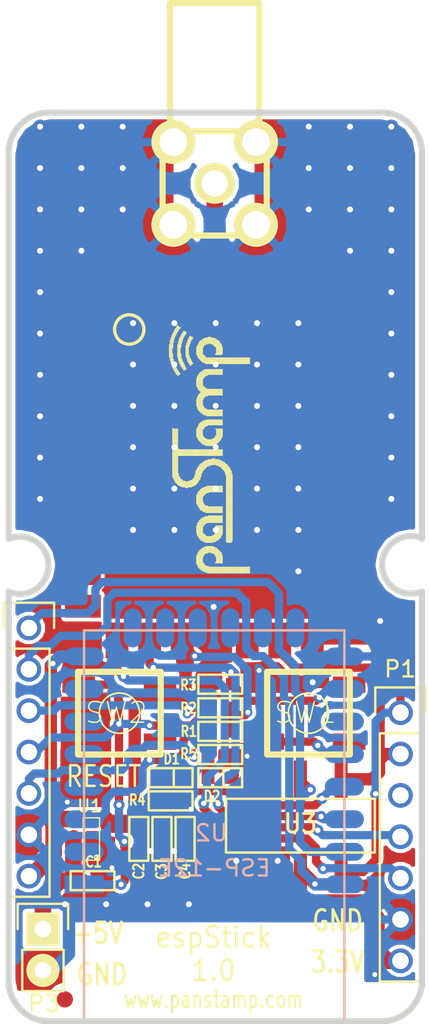
<source format=kicad_pcb>
(kicad_pcb (version 4) (host pcbnew 0.201602010916+6529~42~ubuntu14.04.1-product)
  (title_block (title "Carrier board for panStamp and ESP-12E") (date 2016-02-05) (rev 1.0) (company "panStamp (www.panstamp.com)"))
  (layers (0 Front signal) (1 Ground power) (2 Power power) (31 Back signal) (34 B.Paste user) (35 F.Paste user) (36 B.SilkS user) (37 F.SilkS user) (38 B.Mask user) (39 F.Mask user) (44 Edge.Cuts user))
  (net 0 "")
  (net 1 GND)
  (net 2 VCC)
  (net 3 /TOANT)
  (net 4 "Net-(D1-Pad1)")
  (net 5 "Net-(C1-Pad1)")
  (net 6 "Net-(D1-Pad2)")
  (net 7 "Net-(D2-Pad2)")
  (net 8 "Net-(D2-Pad1)")
  (net 9 /ESP_TXD)
  (net 10 /ESP_RXD)
  (net 11 "Net-(P1-Pad3)")
  (net 12 /PS_TEST)
  (net 13 /GPIO15)
  (net 14 /GPIO0)
  (net 15 "Net-(PS1-Pad1)")
  (net 16 "Net-(PS1-Pad2)")
  (net 17 "Net-(PS1-Pad3)")
  (net 18 "Net-(PS1-Pad4)")
  (net 19 "Net-(PS1-Pad5)")
  (net 20 "Net-(PS1-Pad6)")
  (net 21 "Net-(PS1-Pad7)")
  (net 22 "Net-(PS1-Pad8)")
  (net 23 "Net-(PS1-Pad9)")
  (net 24 "Net-(PS1-Pad10)")
  (net 25 "Net-(PS1-Pad15)")
  (net 26 "Net-(PS1-Pad18)")
  (net 27 "Net-(PS1-Pad19)")
  (net 28 "Net-(PS1-Pad20)")
  (net 29 "Net-(PS1-Pad21)")
  (net 30 "Net-(PS1-Pad22)")
  (net 31 "Net-(PS1-Pad23)")
  (net 32 "Net-(PS1-Pad24)")
  (net 33 "Net-(PS1-Pad25)")
  (net 34 "Net-(PS1-Pad26)")
  (net 35 "Net-(PS1-Pad27)")
  (net 36 "Net-(R1-Pad1)")
  (net 37 /ESP_RESET)
  (net 38 "Net-(U2-Pad9)")
  (net 39 "Net-(U2-Pad10)")
  (net 40 "Net-(U2-Pad11)")
  (net 41 "Net-(U2-Pad12)")
  (net 42 "Net-(U2-Pad13)")
  (net 43 "Net-(U2-Pad14)")
  (net 44 "Net-(U2-Pad2)")
  (net 45 "Net-(U2-Pad4)")
  (net 46 "Net-(U2-Pad5)")
  (net 47 "Net-(U2-Pad6)")
  (net 48 "Net-(U2-Pad7)")
  (net 49 "Net-(U2-Pad17)")
  (net 50 /PS_RXD)
  (net 51 /PS_TXD)
  (net 52 "Net-(U3-Pad3)")
  (net 53 "Net-(U3-Pad4)")
  (module mysmd:LY-SK10 (layer Front) (at 130.302 98.806 180)
    (fp_text reference U3 (at 0 0.127 180) (layer F.SilkS) (effects (font (size 1.143 1.016) (thickness 0.1778))))
    (fp_text value LY-SK10 hide)
    (pad 1 smd rect (at -2.5 2.85 180) (size 0.8 2.3) (layers Front F.Paste F.Mask) (net 51 /PS_TXD))
    (pad 2 smd rect (at 0 2.85 180) (size 0.8 2.3) (layers Front F.Paste F.Mask) (net 10 /ESP_RXD))
    (pad 3 smd rect (at 2.5 2.85 180) (size 0.8 2.3) (layers Front F.Paste F.Mask) (net 52 "Net-(U3-Pad3)"))
    (pad 4 smd rect (at 2.5 -2.85 180) (size 0.8 2.3) (layers Front F.Paste F.Mask) (net 53 "Net-(U3-Pad4)"))
    (pad 5 smd rect (at 0 -2.85 180) (size 0.8 2.3) (layers Front F.Paste F.Mask) (net 9 /ESP_TXD))
    (pad 6 smd rect (at -2.5 -2.85 180) (size 0.8 2.3) (layers Front F.Paste F.Mask) (net 50 /PS_RXD))
  )
  (module old_mymods:PANSTAMPLOGO (layer Front) (at 121.92 83.312 90)
    (fp_text reference G*** hide)
    (fp_text value PANSTAMPLOGO hide)
  )
  (module myconnectors:SMA_RightAngle_Tyco (layer Front) (at 125.03302 59.36416)
    (fp_text reference ANT1 hide)
    (fp_text value ANTENNA hide)
    (pad 1 thru_hole circle (at 0 0) (size 2.49936 2.49936) (drill 1.6002) (layers *.Cu *.Mask F.SilkS) (net 3 /TOANT))
    (pad 2 thru_hole circle (at 2.54 -2.54) (size 2.70002 2.70002) (drill 1.69926) (layers *.Cu *.Mask F.SilkS) (net 1 GND))
    (pad 2 thru_hole circle (at -2.54 -2.54) (size 2.70002 2.70002) (drill 1.69926) (layers *.Cu *.Mask F.SilkS) (net 1 GND))
    (pad 2 thru_hole circle (at -2.54 2.54) (size 2.70002 2.70002) (drill 1.69926) (layers *.Cu *.Mask F.SilkS) (net 1 GND))
    (pad 2 thru_hole circle (at 2.54 2.54) (size 2.70002 2.70002) (drill 1.69926) (layers *.Cu *.Mask F.SilkS) (net 1 GND))
  )
  (module mymods:fiducial (layer Front) (at 115.824 109.474)
    (fp_text reference fiducial hide)
    (fp_text value VAL** hide)
    (pad 1 smd circle (at 0 0) (size 1 1) (layers Front F.Mask) (clearance 0.5))
  )
  (module mymods:fiducial (layer Front) (at 134.874 57.15)
    (fp_text reference fiducial hide)
    (fp_text value VAL** hide)
    (pad 1 smd circle (at 0 0) (size 1 1) (layers Front F.Mask) (clearance 0.5))
  )
  (module mysmd:SM0603S (layer Front) (at 117.5258 102.1842)
    (fp_text reference C1 (at 0.0635 -1.1557) (layer F.SilkS) (effects (font (size 0.635 0.508) (thickness 0.127))))
    (fp_text value 10u hide)
    (pad 2 smd rect (at 0.7493 0) (size 0.7874 0.762) (layers Front F.Paste F.Mask) (net 1 GND))
    (pad 1 smd rect (at -0.7493 0) (size 0.7874 0.762) (layers Front F.Paste F.Mask) (net 5 "Net-(C1-Pad1)"))
  )
  (module mysmd:SM0603S (layer Front) (at 120.3706 99.6188 270)
    (fp_text reference C2 (at 1.9812 0 270) (layer F.SilkS) (effects (font (size 0.635 0.508) (thickness 0.127))))
    (fp_text value 10u hide)
    (pad 2 smd rect (at 0.7493 0 270) (size 0.7874 0.762) (layers Front F.Paste F.Mask) (net 1 GND))
    (pad 1 smd rect (at -0.7493 0 270) (size 0.7874 0.762) (layers Front F.Paste F.Mask) (net 2 VCC))
  )
  (module mysmd:SM0603S (layer Front) (at 121.793 99.6188 270)
    (fp_text reference C3 (at 2.0066 0.0254 270) (layer F.SilkS) (effects (font (size 0.635 0.508) (thickness 0.127))))
    (fp_text value 1u hide)
    (pad 2 smd rect (at 0.7493 0 270) (size 0.7874 0.762) (layers Front F.Paste F.Mask) (net 1 GND))
    (pad 1 smd rect (at -0.7493 0 270) (size 0.7874 0.762) (layers Front F.Paste F.Mask) (net 2 VCC))
  )
  (module mysmd:SM0603S (layer Front) (at 123.2154 99.6188 270)
    (fp_text reference C4 (at 1.9812 0 270) (layer F.SilkS) (effects (font (size 0.635 0.508) (thickness 0.127))))
    (fp_text value 100n hide)
    (pad 2 smd rect (at 0.7493 0 270) (size 0.7874 0.762) (layers Front F.Paste F.Mask) (net 1 GND))
    (pad 1 smd rect (at -0.7493 0 270) (size 0.7874 0.762) (layers Front F.Paste F.Mask) (net 2 VCC))
  )
  (module mysmd:SM0603S_POL (layer Front) (at 122.3264 95.8596)
    (fp_text reference D1 (at 0.0635 -1.1557) (layer F.SilkS) (effects (font (size 0.635 0.508) (thickness 0.127))))
    (fp_text value LED hide)
    (pad 2 smd rect (at 0.7493 0) (size 0.7874 0.762) (layers Front F.Paste F.Mask) (net 6 "Net-(D1-Pad2)"))
    (pad 1 smd rect (at -0.7493 0) (size 0.7874 0.762) (layers Front F.Paste F.Mask) (net 4 "Net-(D1-Pad1)"))
  )
  (module mysmd:SM0603S_POL (layer Front) (at 125.3744 95.8596)
    (fp_text reference D2 (at -0.508 1.143) (layer F.SilkS) (effects (font (size 0.635 0.508) (thickness 0.127))))
    (fp_text value LED hide)
    (pad 2 smd rect (at 0.7493 0) (size 0.7874 0.762) (layers Front F.Paste F.Mask) (net 7 "Net-(D2-Pad2)"))
    (pad 1 smd rect (at -0.7493 0) (size 0.7874 0.762) (layers Front F.Paste F.Mask) (net 8 "Net-(D2-Pad1)"))
  )
  (module Pin_Headers:Pin_Header_Straight_1x07 (layer Front) (at 136.45134 91.86672)
    (fp_text reference P1 (at -0.02286 -2.68224) (layer F.SilkS))
    (fp_text value CONN_01X07)
    (pad 1 thru_hole circle (at 0 0) (size 1.524 1.524) (drill 1.016) (layers *.Cu *.Mask) (net 50 /PS_RXD))
    (pad 2 thru_hole circle (at 0 2.54) (size 1.524 1.524) (drill 1.016) (layers *.Cu *.Mask) (net 51 /PS_TXD))
    (pad 3 thru_hole circle (at 0 5.08) (size 1.524 1.524) (drill 1.016) (layers *.Cu *.Mask) (net 11 "Net-(P1-Pad3)"))
    (pad 4 thru_hole circle (at 0 7.62) (size 1.524 1.524) (drill 1.016) (layers *.Cu *.Mask) (net 13 /GPIO15))
    (pad 5 thru_hole circle (at 0 10.16) (size 1.524 1.524) (drill 1.016) (layers *.Cu *.Mask) (net 12 /PS_TEST))
    (pad 6 thru_hole circle (at 0 12.7) (size 1.524 1.524) (drill 1.016) (layers *.Cu *.Mask) (net 1 GND))
    (pad 7 thru_hole circle (at 0 15.24) (size 1.524 1.524) (drill 1.016) (layers *.Cu *.Mask) (net 2 VCC))
  )
  (module Pin_Headers:Pin_Header_Straight_1x07 (layer Front) (at 113.6142 86.6648)
    (fp_text reference P2 hide)
    (fp_text value CONN_01X07)
    (pad 1 thru_hole circle (at 0 0) (size 1.524 1.524) (drill 1.016) (layers *.Cu *.Mask) (net 10 /ESP_RXD))
    (pad 2 thru_hole circle (at 0 2.54) (size 1.524 1.524) (drill 1.016) (layers *.Cu *.Mask) (net 9 /ESP_TXD))
    (pad 3 thru_hole circle (at 0 5.08) (size 1.524 1.524) (drill 1.016) (layers *.Cu *.Mask) (net 13 /GPIO15))
    (pad 4 thru_hole circle (at 0 7.62) (size 1.524 1.524) (drill 1.016) (layers *.Cu *.Mask) (net 37 /ESP_RESET))
    (pad 5 thru_hole circle (at 0 10.16) (size 1.524 1.524) (drill 1.016) (layers *.Cu *.Mask) (net 14 /GPIO0))
    (pad 6 thru_hole circle (at 0 12.7) (size 1.524 1.524) (drill 1.016) (layers *.Cu *.Mask) (net 1 GND))
    (pad 7 thru_hole circle (at 0 15.24) (size 1.524 1.524) (drill 1.016) (layers *.Cu *.Mask) (net 2 VCC))
  )
  (module Pin_Headers:Pin_Header_Straight_1x02 (layer Front) (at 114.4778 105.156)
    (fp_text reference P3 (at 0.0762 4.572 180) (layer F.SilkS))
    (fp_text value CONN_01X02)
    (pad 1 thru_hole rect (at 0 0) (size 2.032 2.032) (drill 1.016) (layers *.Cu *.Mask F.SilkS) (net 5 "Net-(C1-Pad1)"))
    (pad 2 thru_hole oval (at 0 2.54) (size 2.032 2.032) (drill 1.016) (layers *.Cu *.Mask F.SilkS) (net 1 GND))
  )
  (module mysmd:PANSTAMP_2 (layer Front) (at 125.03302 76.33208)
    (fp_text reference PS1 hide)
    (fp_text value PANSTAMP_NRG2 hide)
    (pad 1 smd rect (at -8.1 -9) (size 2.2 1.4) (layers Front F.Mask) (net 15 "Net-(PS1-Pad1)"))
    (pad 2 smd rect (at -8.1 -7) (size 2.2 1.4) (layers Front F.Mask) (net 16 "Net-(PS1-Pad2)"))
    (pad 3 smd rect (at -8.1 -5) (size 2.2 1.4) (layers Front F.Mask) (net 17 "Net-(PS1-Pad3)"))
    (pad 4 smd rect (at -8.1 -3) (size 2.2 1.4) (layers Front F.Mask) (net 18 "Net-(PS1-Pad4)"))
    (pad 5 smd rect (at -8.1 -1) (size 2.2 1.4) (layers Front F.Mask) (net 19 "Net-(PS1-Pad5)"))
    (pad 6 smd rect (at -8.1 1) (size 2.2 1.4) (layers Front F.Mask) (net 20 "Net-(PS1-Pad6)"))
    (pad 7 smd rect (at -8.1 3) (size 2.2 1.4) (layers Front F.Mask) (net 21 "Net-(PS1-Pad7)"))
    (pad 8 smd rect (at -8.1 5) (size 2.2 1.4) (layers Front F.Mask) (net 22 "Net-(PS1-Pad8)"))
    (pad 9 smd rect (at -8.1 7) (size 2.2 1.4) (layers Front F.Mask) (net 23 "Net-(PS1-Pad9)"))
    (pad 10 smd rect (at -8.1 9) (size 2.2 1.4) (layers Front F.Mask) (net 24 "Net-(PS1-Pad10)"))
    (pad 11 smd rect (at -6 11.1 90) (size 2.2 1.4) (layers Front F.Mask) (net 12 /PS_TEST))
    (pad 12 smd rect (at -4 11.1 90) (size 2.2 1.4) (layers Front F.Mask) (net 13 /GPIO15))
    (pad 13 smd rect (at -2 11.1 90) (size 2.2 1.4) (layers Front F.Mask) (net 2 VCC))
    (pad 14 smd rect (at 0 11.1 90) (size 2.2 1.4) (layers Front F.Mask) (net 1 GND))
    (pad 15 smd rect (at 2 11.1 90) (size 2.2 1.4) (layers Front F.Mask) (net 25 "Net-(PS1-Pad15)"))
    (pad 16 smd rect (at 4 11.1 90) (size 2.2 1.4) (layers Front F.Mask) (net 51 /PS_TXD))
    (pad 17 smd rect (at 6 11.1 90) (size 2.2 1.4) (layers Front F.Mask) (net 50 /PS_RXD))
    (pad 18 smd rect (at 8.1 9) (size 2.2 1.4) (layers Front F.Mask) (net 26 "Net-(PS1-Pad18)"))
    (pad 19 smd rect (at 8.1 7) (size 2.2 1.4) (layers Front F.Mask) (net 27 "Net-(PS1-Pad19)"))
    (pad 20 smd rect (at 8.1 5) (size 2.2 1.4) (layers Front F.Mask) (net 28 "Net-(PS1-Pad20)"))
    (pad 21 smd rect (at 8.1 3) (size 2.2 1.4) (layers Front F.Mask) (net 29 "Net-(PS1-Pad21)"))
    (pad 22 smd rect (at 8.1 1) (size 2.2 1.4) (layers Front F.Mask) (net 30 "Net-(PS1-Pad22)"))
    (pad 23 smd rect (at 8.1 -1) (size 2.2 1.4) (layers Front F.Mask) (net 31 "Net-(PS1-Pad23)"))
    (pad 24 smd rect (at 8.1 -3) (size 2.2 1.4) (layers Front F.Mask) (net 32 "Net-(PS1-Pad24)"))
    (pad 25 smd rect (at 8.1 -5) (size 2.2 1.4) (layers Front F.Mask) (net 33 "Net-(PS1-Pad25)"))
    (pad 26 smd rect (at 8.1 -7) (size 2.2 1.4) (layers Front F.Mask) (net 34 "Net-(PS1-Pad26)"))
    (pad 27 smd rect (at 8.1 -9) (size 2.2 1.4) (layers Front F.Mask) (net 35 "Net-(PS1-Pad27)"))
    (pad 28 smd rect (at 6 -11.1 90) (size 2.2 1.4) (layers Front F.Mask) (net 1 GND))
    (pad 29 smd rect (at 4 -11.1 90) (size 2.2 1.4) (layers Front F.Mask) (net 1 GND))
    (pad 30 smd rect (at 2 -11.1 90) (size 2.2 1.4) (layers Front F.Mask) (net 1 GND))
    (pad 31 smd rect (at 0 -11.1 90) (size 2.2 1.4) (layers Front F.Mask) (net 3 /TOANT))
    (pad 32 smd rect (at -2 -11.1 90) (size 2.2 1.4) (layers Front F.Mask) (net 1 GND))
    (pad 33 smd rect (at -4 -11.1 90) (size 2.2 1.4) (layers Front F.Mask) (net 1 GND))
    (pad 34 smd rect (at -6 -11.1 90) (size 2.2 1.4) (layers Front F.Mask) (net 1 GND))
  )
  (module mysmd:SM0603S (layer Front) (at 125.3744 93.0148)
    (fp_text reference R1 (at -1.9304 0 180) (layer F.SilkS) (effects (font (size 0.635 0.508) (thickness 0.127))))
    (fp_text value 10k hide)
    (pad 2 smd rect (at 0.7493 0) (size 0.7874 0.762) (layers Front F.Paste F.Mask) (net 2 VCC))
    (pad 1 smd rect (at -0.7493 0) (size 0.7874 0.762) (layers Front F.Paste F.Mask) (net 36 "Net-(R1-Pad1)"))
  )
  (module mysmd:SM0603S (layer Front) (at 125.3744 91.567)
    (fp_text reference R2 (at -1.9558 0.0254 180) (layer F.SilkS) (effects (font (size 0.635 0.508) (thickness 0.127))))
    (fp_text value 10k hide)
    (pad 2 smd rect (at 0.7493 0) (size 0.7874 0.762) (layers Front F.Paste F.Mask) (net 2 VCC))
    (pad 1 smd rect (at -0.7493 0) (size 0.7874 0.762) (layers Front F.Paste F.Mask) (net 37 /ESP_RESET))
  )
  (module mysmd:SM0603S (layer Front) (at 125.3744 90.1192)
    (fp_text reference R3 (at -1.9558 0.0508 180) (layer F.SilkS) (effects (font (size 0.635 0.508) (thickness 0.127))))
    (fp_text value 10k hide)
    (pad 2 smd rect (at 0.7493 0) (size 0.7874 0.762) (layers Front F.Paste F.Mask) (net 13 /GPIO15))
    (pad 1 smd rect (at -0.7493 0) (size 0.7874 0.762) (layers Front F.Paste F.Mask) (net 1 GND))
  )
  (module mysmd:SM0603S (layer Front) (at 122.3264 97.282 180)
    (fp_text reference R4 (at 2.0574 0.0508 180) (layer F.SilkS) (effects (font (size 0.635 0.508) (thickness 0.127))))
    (fp_text value 470 hide)
    (pad 2 smd rect (at 0.7493 0 180) (size 0.7874 0.762) (layers Front F.Paste F.Mask) (net 4 "Net-(D1-Pad1)"))
    (pad 1 smd rect (at -0.7493 0 180) (size 0.7874 0.762) (layers Front F.Paste F.Mask) (net 1 GND))
  )
  (module mysmd:SM0603S (layer Front) (at 125.3744 94.4372 180)
    (fp_text reference R5 (at 1.9558 0.0508 180) (layer F.SilkS) (effects (font (size 0.635 0.508) (thickness 0.127))))
    (fp_text value 470 hide)
    (pad 2 smd rect (at 0.7493 0 180) (size 0.7874 0.762) (layers Front F.Paste F.Mask) (net 8 "Net-(D2-Pad1)"))
    (pad 1 smd rect (at -0.7493 0 180) (size 0.7874 0.762) (layers Front F.Paste F.Mask) (net 1 GND))
  )
  (module mysmd:switch-tact-noah (layer Front) (at 130.7973 91.8972)
    (fp_text reference SW1 (at -0.1905 -0.03048) (layer F.SilkS) (effects (font (size 1.27 1.27) (thickness 0.0889))))
    (fp_text value SW_PUSH_SMALL hide)
    (pad 1 smd rect (at -2.49936 -1.75006) (size 1.99898 1.00076) (layers Front F.Paste F.Mask) (net 1 GND))
    (pad 3 smd rect (at 2.49936 -1.75006) (size 1.99898 1.00076) (layers Front F.Paste F.Mask))
    (pad 2 smd rect (at -2.49936 1.75006) (size 1.99898 1.00076) (layers Front F.Paste F.Mask) (net 14 /GPIO0))
    (pad 4 smd rect (at 2.49936 1.75006) (size 1.99898 1.00076) (layers Front F.Paste F.Mask))
  )
  (module mysmd:switch-tact-noah (layer Front) (at 119.1768 91.8972)
    (fp_text reference SW2 (at -0.1905 -0.03048) (layer F.SilkS) (effects (font (size 1.27 1.27) (thickness 0.0889))))
    (fp_text value SW_PUSH_SMALL hide)
    (pad 1 smd rect (at -2.49936 -1.75006) (size 1.99898 1.00076) (layers Front F.Paste F.Mask) (net 37 /ESP_RESET))
    (pad 3 smd rect (at 2.49936 -1.75006) (size 1.99898 1.00076) (layers Front F.Paste F.Mask))
    (pad 2 smd rect (at -2.49936 1.75006) (size 1.99898 1.00076) (layers Front F.Paste F.Mask) (net 1 GND))
    (pad 4 smd rect (at 2.49936 1.75006) (size 1.99898 1.00076) (layers Front F.Paste F.Mask))
  )
  (module libcms:SOT23 (layer Front) (at 117.4496 99.5934 90)
    (fp_text reference U1 (at 1.99898 -0.09906 180) (layer F.SilkS) (effects (font (size 0.762 0.762) (thickness 0.11938))))
    (fp_text value MCP1702 hide)
    (pad 3 smd rect (at 0 -1.09982 90) (size 0.8001 1.00076) (layers Front F.Paste F.Mask) (net 5 "Net-(C1-Pad1)"))
    (pad 2 smd rect (at 0.9525 1.09982 90) (size 0.8001 1.00076) (layers Front F.Paste F.Mask) (net 2 VCC))
    (pad 1 smd rect (at -0.9525 1.09982 90) (size 0.8001 1.00076) (layers Front F.Paste F.Mask) (net 1 GND))
  )
  (module mysmd:ESP-12E (layer Back) (at 117.0051 102.4128)
    (fp_text reference U2 (at 7.82574 -3.15468) (layer B.SilkS) (effects (justify mirror)))
    (fp_text value ESP-12E (at 8 -1) (layer B.SilkS) (effects (justify mirror)))
    (pad 9 smd oval (at 2.99 -15.75 270) (size 2.4 1.1) (layers Back B.Paste B.Mask) (net 38 "Net-(U2-Pad9)"))
    (pad 10 smd oval (at 4.99 -15.75 270) (size 2.4 1.1) (layers Back B.Paste B.Mask) (net 39 "Net-(U2-Pad10)"))
    (pad 11 smd oval (at 6.99 -15.75 270) (size 2.4 1.1) (layers Back B.Paste B.Mask) (net 40 "Net-(U2-Pad11)"))
    (pad 12 smd oval (at 8.99 -15.75 270) (size 2.4 1.1) (layers Back B.Paste B.Mask) (net 41 "Net-(U2-Pad12)"))
    (pad 13 smd oval (at 10.99 -15.75 270) (size 2.4 1.1) (layers Back B.Paste B.Mask) (net 42 "Net-(U2-Pad13)"))
    (pad 14 smd oval (at 12.99 -15.75 270) (size 2.4 1.1) (layers Back B.Paste B.Mask) (net 43 "Net-(U2-Pad14)"))
    (pad 1 smd rect (at 0 0) (size 2.4 1.1) (layers Back B.Paste B.Mask) (net 37 /ESP_RESET))
    (pad 2 smd oval (at 0 -2) (size 2.4 1.1) (layers Back B.Paste B.Mask) (net 44 "Net-(U2-Pad2)"))
    (pad 3 smd oval (at 0 -4) (size 2.4 1.1) (layers Back B.Paste B.Mask) (net 36 "Net-(R1-Pad1)"))
    (pad 4 smd oval (at 0 -6) (size 2.4 1.1) (layers Back B.Paste B.Mask) (net 45 "Net-(U2-Pad4)"))
    (pad 5 smd oval (at 0 -8) (size 2.4 1.1) (layers Back B.Paste B.Mask) (net 46 "Net-(U2-Pad5)"))
    (pad 6 smd oval (at 0 -10) (size 2.4 1.1) (layers Back B.Paste B.Mask) (net 47 "Net-(U2-Pad6)"))
    (pad 7 smd oval (at 0 -12) (size 2.4 1.1) (layers Back B.Paste B.Mask) (net 48 "Net-(U2-Pad7)"))
    (pad 8 smd oval (at 0 -14) (size 2.4 1.1) (layers Back B.Paste B.Mask) (net 2 VCC))
    (pad 15 smd oval (at 16 -14) (size 2.4 1.1) (layers Back B.Paste B.Mask) (net 1 GND))
    (pad 16 smd oval (at 16 -12) (size 2.4 1.1) (layers Back B.Paste B.Mask) (net 13 /GPIO15))
    (pad 17 smd oval (at 16 -10) (size 2.4 1.1) (layers Back B.Paste B.Mask) (net 49 "Net-(U2-Pad17)"))
    (pad 18 smd oval (at 16 -8) (size 2.4 1.1) (layers Back B.Paste B.Mask) (net 14 /GPIO0))
    (pad 19 smd oval (at 16 -6) (size 2.4 1.1) (layers Back B.Paste B.Mask) (net 7 "Net-(D2-Pad2)"))
    (pad 20 smd oval (at 16 -4) (size 2.4 1.1) (layers Back B.Paste B.Mask) (net 6 "Net-(D1-Pad2)"))
    (pad 21 smd oval (at 16 -2) (size 2.4 1.1) (layers Back B.Paste B.Mask) (net 10 /ESP_RXD))
    (pad 22 smd oval (at 16 0) (size 2.4 1.1) (layers Back B.Paste B.Mask) (net 9 /ESP_TXD))
  )
  (gr_text RESET (at 118.2116 95.7834) (layer F.SilkS) (effects (font (size 1.27 1.016) (thickness 0.1524))))
  (gr_text +5V (at 117.856 105.41) (layer F.SilkS) (effects (font (size 1.27 1.016) (thickness 0.1778))))
  (gr_text 3.3V (at 132.588 107.188) (layer F.SilkS) (effects (font (size 1.27 1.016) (thickness 0.1778))))
  (gr_text GND (at 118.11 107.95) (layer F.SilkS) (effects (font (size 1.27 1.016) (thickness 0.1778))))
  (gr_text GND (at 132.588 104.648) (layer F.SilkS) (effects (font (size 1.27 1.016) (thickness 0.1778))))
  (gr_text "espStick\n1.0" (at 124.968 106.68) (layer F.SilkS) (effects (font (size 1.27 1.143) (thickness 0.1524))))
  (gr_text www.panstamp.com (at 124.968 109.474) (layer F.SilkS) (effects (font (size 1.016 0.762) (thickness 0.127))))
  (gr_line (start 137.7696 57.50814) (end 137.76706 57.50814) (angle 90) (layer Edge.Cuts) (width 0.381))
  (gr_line (start 137.7696 60.04814) (end 137.7696 57.50814) (angle 90) (layer Edge.Cuts) (width 0.381))
  (gr_line (start 112.3696 57.52084) (end 112.36706 57.52084) (angle 90) (layer Edge.Cuts) (width 0.381))
  (gr_line (start 112.3696 60.0583) (end 112.3696 57.52084) (angle 90) (layer Edge.Cuts) (width 0.381))
  (gr_arc (start 137.09396 82.78876) (end 137.77468 84.41944) (angle 225.5) (layer Edge.Cuts) (width 0.381))
  (gr_arc (start 113.0554 82.81416) (end 112.3696 81.19364) (angle 225) (layer Edge.Cuts) (width 0.381))
  (gr_line (start 112.3696 84.42198) (end 112.37214 84.42198) (angle 90) (layer Edge.Cuts) (width 0.381))
  (gr_line (start 112.3696 86.62416) (end 112.3696 84.42198) (angle 90) (layer Edge.Cuts) (width 0.381))
  (gr_line (start 112.3696 78.9559) (end 112.3696 81.19364) (angle 90) (layer Edge.Cuts) (width 0.381))
  (gr_line (start 137.7696 84.4296) (end 137.76706 84.4296) (angle 90) (layer Edge.Cuts) (width 0.381))
  (gr_line (start 137.7696 86.5505) (end 137.7696 84.4296) (angle 90) (layer Edge.Cuts) (width 0.381))
  (gr_line (start 137.7696 81.1911) (end 137.76452 81.1911) (angle 90) (layer Edge.Cuts) (width 0.381))
  (gr_line (start 137.7696 79.07274) (end 137.7696 81.1911) (angle 90) (layer Edge.Cuts) (width 0.381))
  (gr_line (start 112.36948 87.09168) (end 112.36948 86.60168) (angle 90) (layer Edge.Cuts) (width 0.381))
  (gr_line (start 112.36948 78.52168) (end 112.36948 79.04168) (angle 90) (layer Edge.Cuts) (width 0.381))
  (gr_line (start 137.76948 78.59168) (end 137.76948 79.06168) (angle 90) (layer Edge.Cuts) (width 0.381))
  (gr_line (start 137.76948 87.12168) (end 137.76948 86.54168) (angle 90) (layer Edge.Cuts) (width 0.381))
  (gr_line (start 137.76948 67.68168) (end 137.76948 78.57168) (angle 90) (layer Edge.Cuts) (width 0.381))
  (gr_line (start 137.76948 87.53168) (end 137.76948 87.13168) (angle 90) (layer Edge.Cuts) (width 0.381))
  (gr_line (start 112.36948 67.70168) (end 112.36948 78.55168) (angle 90) (layer Edge.Cuts) (width 0.381))
  (gr_line (start 112.36948 87.58168) (end 112.36948 87.10168) (angle 90) (layer Edge.Cuts) (width 0.381))
  (gr_line (start 137.76948 108.24168) (end 137.76948 87.55168) (angle 90) (layer Edge.Cuts) (width 0.381))
  (gr_line (start 112.36948 87.61168) (end 112.36948 108.71168) (angle 90) (layer Edge.Cuts) (width 0.381))
  (gr_line (start 137.76948 60.04168) (end 137.76948 60.58168) (angle 90) (layer Edge.Cuts) (width 0.381))
  (gr_line (start 112.36948 60.04168) (end 112.36948 60.53168) (angle 90) (layer Edge.Cuts) (width 0.381))
  (gr_line (start 112.36948 108.35168) (end 112.36948 108.67168) (angle 90) (layer Edge.Cuts) (width 0.381))
  (gr_line (start 137.76948 108.67168) (end 137.75948 108.67168) (angle 90) (layer Edge.Cuts) (width 0.381))
  (gr_line (start 137.76948 108.26168) (end 137.76948 108.67168) (angle 90) (layer Edge.Cuts) (width 0.381))
  (gr_line (start 112.36948 67.68168) (end 112.36948 60.52168) (angle 90) (layer Edge.Cuts) (width 0.381))
  (gr_line (start 137.76948 67.68168) (end 137.76948 60.54168) (angle 90) (layer Edge.Cuts) (width 0.381))
  (gr_line (start 114.89948 55.01168) (end 135.25948 55.01168) (angle 90) (layer Edge.Cuts) (width 0.381))
  (gr_arc (start 135.27948 57.49698) (end 135.27948 55.00698) (angle 90) (layer Edge.Cuts) (width 0.381))
  (gr_arc (start 114.86948 57.50698) (end 112.36948 57.50698) (angle 90) (layer Edge.Cuts) (width 0.381))
  (gr_line (start 135.26948 110.82168) (end 114.85948 110.82168) (angle 90) (layer Edge.Cuts) (width 0.381))
  (gr_arc (start 135.27202 108.3245) (end 137.77202 108.3245) (angle 90) (layer Edge.Cuts) (width 0.381))
  (gr_arc (start 114.86948 108.3245) (end 114.86948 110.8245) (angle 90) (layer Edge.Cuts) (width 0.381))
  (segment (start 114.4778 107.696) (end 115.062 107.696) (width 0.762) (layer Back) (net 1))
  (segment (start 115.062 107.696) (end 116.078 106.68) (width 0.762) (layer Back) (net 1))
  (segment (start 116.078 106.68) (end 116.078 103.886) (width 0.762) (layer Back) (net 1))
  (segment (start 116.078 103.886) (end 115.824 103.632) (width 0.762) (layer Back) (net 1))
  (segment (start 136.45134 104.56672) (end 135.20928 104.56672) (width 0.508) (layer Back) (net 1))
  (via (at 134.874 107.95) (size 0.5588) (drill 0.3048) (layers Front Back) (net 1))
  (segment (start 134.874 104.902) (end 134.874 107.95) (width 0.508) (layer Back) (net 1))
  (segment (start 135.20928 104.56672) (end 134.874 104.902) (width 0.508) (layer Back) (net 1))
  (segment (start 115.824 103.632) (end 118.364 103.632) (width 0.508) (layer Back) (net 1))
  (via (at 118.364 103.632) (size 0.8763) (drill 0.3683) (layers Front Back) (net 1))
  (segment (start 120.904 103.632) (end 123.444 103.632) (width 0.508) (layer Back) (net 1))
  (via (at 123.444 103.632) (size 0.8763) (drill 0.3683) (layers Front Back) (net 1))
  (segment (start 123.444 103.632) (end 123.444 100.3681) (width 0.508) (layer Back) (net 1))
  (via (at 120.904 103.632) (size 0.8763) (drill 0.3683) (layers Front Back) (net 1))
  (segment (start 118.364 103.632) (end 120.904 103.632) (width 0.508) (layer Back) (net 1))
  (via (at 115.824 103.632) (size 0.8763) (drill 0.3683) (layers Front Back) (net 1))
  (segment (start 130.175 83.185) (end 130.175 80.645) (width 0.508) (layer Back) (net 1))
  (via (at 130.175 80.645) (size 0.8763) (drill 0.3683) (layers Front Back) (net 1))
  (segment (start 127.635 80.645) (end 125.095 80.645) (width 0.508) (layer Back) (net 1))
  (via (at 125.095 80.645) (size 0.8763) (drill 0.3683) (layers Front Back) (net 1))
  (segment (start 122.555 80.645) (end 120.015 80.645) (width 0.508) (layer Back) (net 1))
  (via (at 120.015 80.645) (size 0.8763) (drill 0.3683) (layers Front Back) (net 1))
  (segment (start 120.015 78.105) (end 122.555 78.105) (width 0.508) (layer Back) (net 1))
  (via (at 122.555 78.105) (size 0.8763) (drill 0.3683) (layers Front Back) (net 1))
  (segment (start 125.095 78.105) (end 127.635 78.105) (width 0.508) (layer Back) (net 1))
  (via (at 127.635 78.105) (size 0.8763) (drill 0.3683) (layers Front Back) (net 1))
  (segment (start 130.175 78.105) (end 130.175 75.565) (width 0.508) (layer Back) (net 1))
  (via (at 130.175 75.565) (size 0.8763) (drill 0.3683) (layers Front Back) (net 1))
  (segment (start 127.635 75.565) (end 125.095 75.565) (width 0.508) (layer Back) (net 1))
  (via (at 125.095 75.565) (size 0.8763) (drill 0.3683) (layers Front Back) (net 1))
  (segment (start 122.555 75.565) (end 120.015 75.565) (width 0.508) (layer Back) (net 1))
  (via (at 120.015 75.565) (size 0.8763) (drill 0.3683) (layers Front Back) (net 1))
  (segment (start 120.015 73.025) (end 122.555 73.025) (width 0.508) (layer Back) (net 1))
  (via (at 122.555 73.025) (size 0.8763) (drill 0.3683) (layers Front Back) (net 1))
  (segment (start 125.095 73.025) (end 127.635 73.025) (width 0.508) (layer Back) (net 1))
  (via (at 127.635 73.025) (size 0.8763) (drill 0.3683) (layers Front Back) (net 1))
  (segment (start 130.175 73.025) (end 130.175 70.485) (width 0.508) (layer Back) (net 1))
  (via (at 130.175 70.485) (size 0.8763) (drill 0.3683) (layers Front Back) (net 1))
  (segment (start 127.635 70.485) (end 125.095 70.485) (width 0.508) (layer Back) (net 1))
  (via (at 125.095 70.485) (size 0.8763) (drill 0.3683) (layers Front Back) (net 1))
  (segment (start 122.555 70.485) (end 120.015 70.485) (width 0.508) (layer Back) (net 1))
  (via (at 120.015 70.485) (size 0.8763) (drill 0.3683) (layers Front Back) (net 1))
  (segment (start 120.015 67.945) (end 122.555 67.945) (width 0.508) (layer Back) (net 1))
  (via (at 122.555 67.945) (size 0.8763) (drill 0.3683) (layers Front Back) (net 1))
  (segment (start 122.555 67.945) (end 125.095 67.945) (width 0.508) (layer Back) (net 1))
  (via (at 120.015 67.945) (size 0.8763) (drill 0.3683) (layers Front Back) (net 1))
  (segment (start 120.015 70.485) (end 120.015 67.945) (width 0.508) (layer Back) (net 1))
  (via (at 122.555 70.485) (size 0.8763) (drill 0.3683) (layers Front Back) (net 1))
  (segment (start 125.095 70.485) (end 122.555 70.485) (width 0.508) (layer Back) (net 1))
  (via (at 127.635 70.485) (size 0.8763) (drill 0.3683) (layers Front Back) (net 1))
  (segment (start 130.175 70.485) (end 127.635 70.485) (width 0.508) (layer Back) (net 1))
  (via (at 130.175 73.025) (size 0.8763) (drill 0.3683) (layers Front Back) (net 1))
  (segment (start 127.635 73.025) (end 130.175 73.025) (width 0.508) (layer Back) (net 1))
  (via (at 125.095 73.025) (size 0.8763) (drill 0.3683) (layers Front Back) (net 1))
  (segment (start 122.555 73.025) (end 125.095 73.025) (width 0.508) (layer Back) (net 1))
  (via (at 120.015 73.025) (size 0.8763) (drill 0.3683) (layers Front Back) (net 1))
  (segment (start 120.015 75.565) (end 120.015 73.025) (width 0.508) (layer Back) (net 1))
  (via (at 122.555 75.565) (size 0.8763) (drill 0.3683) (layers Front Back) (net 1))
  (segment (start 125.095 75.565) (end 122.555 75.565) (width 0.508) (layer Back) (net 1))
  (via (at 127.635 75.565) (size 0.8763) (drill 0.3683) (layers Front Back) (net 1))
  (segment (start 130.175 75.565) (end 127.635 75.565) (width 0.508) (layer Back) (net 1))
  (via (at 130.175 78.105) (size 0.8763) (drill 0.3683) (layers Front Back) (net 1))
  (segment (start 127.635 78.105) (end 130.175 78.105) (width 0.508) (layer Back) (net 1))
  (via (at 125.095 78.105) (size 0.8763) (drill 0.3683) (layers Front Back) (net 1))
  (segment (start 122.555 78.105) (end 125.095 78.105) (width 0.508) (layer Back) (net 1))
  (via (at 120.015 78.105) (size 0.8763) (drill 0.3683) (layers Front Back) (net 1))
  (segment (start 120.015 80.645) (end 120.015 78.105) (width 0.508) (layer Back) (net 1))
  (via (at 122.555 80.645) (size 0.8763) (drill 0.3683) (layers Front Back) (net 1))
  (segment (start 125.095 80.645) (end 122.555 80.645) (width 0.508) (layer Back) (net 1))
  (via (at 127.635 80.645) (size 0.8763) (drill 0.3683) (layers Front Back) (net 1))
  (segment (start 130.175 80.645) (end 127.635 80.645) (width 0.508) (layer Back) (net 1))
  (via (at 130.175 83.185) (size 0.8763) (drill 0.3683) (layers Front Back) (net 1))
  (segment (start 130.175 67.945) (end 127.635 67.945) (width 0.508) (layer Back) (net 1))
  (via (at 127.635 67.945) (size 0.8763) (drill 0.3683) (layers Front Back) (net 1))
  (segment (start 123.03302 67.78802) (end 123.03302 65.23208) (width 0.508) (layer Front) (net 1))
  (via (at 125.095 67.945) (size 0.8763) (drill 0.3683) (layers Front Back) (net 1))
  (segment (start 123.19 67.945) (end 125.095 67.945) (width 0.508) (layer Front) (net 1))
  (segment (start 123.03302 67.78802) (end 123.19 67.945) (width 0.508) (layer Front) (net 1))
  (segment (start 127.635 67.945) (end 125.095 67.945) (width 0.508) (layer Back) (net 1))
  (via (at 130.175 67.945) (size 0.8763) (drill 0.3683) (layers Front Back) (net 1))
  (segment (start 135.89 78.74) (end 135.89 76.2) (width 0.508) (layer Back) (net 1))
  (via (at 135.89 76.2) (size 0.8763) (drill 0.3683) (layers Front Back) (net 1))
  (segment (start 135.89 73.66) (end 135.89 71.12) (width 0.508) (layer Back) (net 1))
  (via (at 135.89 71.12) (size 0.8763) (drill 0.3683) (layers Front Back) (net 1))
  (segment (start 135.89 68.58) (end 135.89 66.04) (width 0.508) (layer Back) (net 1))
  (via (at 135.89 66.04) (size 0.8763) (drill 0.3683) (layers Front Back) (net 1))
  (via (at 135.89 63.5) (size 0.8763) (drill 0.3683) (layers Front Back) (net 1))
  (segment (start 135.89 66.04) (end 135.89 63.5) (width 0.508) (layer Back) (net 1))
  (via (at 135.89 68.58) (size 0.8763) (drill 0.3683) (layers Front Back) (net 1))
  (segment (start 135.89 71.12) (end 135.89 68.58) (width 0.508) (layer Back) (net 1))
  (via (at 135.89 73.66) (size 0.8763) (drill 0.3683) (layers Front Back) (net 1))
  (segment (start 135.89 76.2) (end 135.89 73.66) (width 0.508) (layer Back) (net 1))
  (via (at 135.89 78.74) (size 0.8763) (drill 0.3683) (layers Front Back) (net 1))
  (segment (start 114.3 78.74) (end 114.3 76.2) (width 0.508) (layer Back) (net 1))
  (via (at 114.3 76.2) (size 0.8763) (drill 0.3683) (layers Front Back) (net 1))
  (via (at 114.3 73.66) (size 0.8763) (drill 0.3683) (layers Front Back) (net 1))
  (segment (start 114.3 71.12) (end 114.3 68.58) (width 0.508) (layer Back) (net 1))
  (via (at 114.3 68.58) (size 0.8763) (drill 0.3683) (layers Front Back) (net 1))
  (segment (start 114.3 66.04) (end 114.3 63.5) (width 0.508) (layer Back) (net 1))
  (via (at 114.3 63.5) (size 0.8763) (drill 0.3683) (layers Front Back) (net 1))
  (via (at 114.3 66.04) (size 0.8763) (drill 0.3683) (layers Front Back) (net 1))
  (segment (start 114.3 68.58) (end 114.3 66.04) (width 0.508) (layer Back) (net 1))
  (via (at 114.3 71.12) (size 0.8763) (drill 0.3683) (layers Front Back) (net 1))
  (segment (start 114.3 73.66) (end 114.3 71.12) (width 0.508) (layer Back) (net 1))
  (segment (start 114.3 76.2) (end 114.3 73.66) (width 0.508) (layer Back) (net 1))
  (via (at 114.3 78.74) (size 0.8763) (drill 0.3683) (layers Front Back) (net 1))
  (segment (start 133.35 63.5) (end 135.89 63.5) (width 0.508) (layer Back) (net 1))
  (segment (start 135.89 60.96) (end 133.35 60.96) (width 0.508) (layer Back) (net 1))
  (via (at 133.35 60.96) (size 0.8763) (drill 0.3683) (layers Front Back) (net 1))
  (segment (start 130.81 60.96) (end 130.81 58.42) (width 0.508) (layer Back) (net 1))
  (via (at 130.81 58.42) (size 0.8763) (drill 0.3683) (layers Front Back) (net 1))
  (segment (start 133.35 58.42) (end 135.89 58.42) (width 0.508) (layer Back) (net 1))
  (via (at 135.89 58.42) (size 0.8763) (drill 0.3683) (layers Front Back) (net 1))
  (segment (start 135.89 55.88) (end 133.35 55.88) (width 0.508) (layer Back) (net 1))
  (via (at 133.35 55.88) (size 0.8763) (drill 0.3683) (layers Front Back) (net 1))
  (segment (start 129.86584 56.82416) (end 127.57302 56.82416) (width 0.508) (layer Back) (net 1))
  (via (at 130.81 55.88) (size 0.8763) (drill 0.3683) (layers Front Back) (net 1))
  (segment (start 129.86584 56.82416) (end 130.81 55.88) (width 0.508) (layer Back) (net 1))
  (segment (start 133.35 55.88) (end 130.81 55.88) (width 0.508) (layer Back) (net 1))
  (via (at 135.89 55.88) (size 0.8763) (drill 0.3683) (layers Front Back) (net 1))
  (segment (start 135.89 58.42) (end 135.89 55.88) (width 0.508) (layer Back) (net 1))
  (via (at 133.35 58.42) (size 0.8763) (drill 0.3683) (layers Front Back) (net 1))
  (segment (start 130.81 58.42) (end 133.35 58.42) (width 0.508) (layer Back) (net 1))
  (via (at 130.81 60.96) (size 0.8763) (drill 0.3683) (layers Front Back) (net 1))
  (segment (start 133.35 60.96) (end 130.81 60.96) (width 0.508) (layer Back) (net 1))
  (via (at 135.89 60.96) (size 0.8763) (drill 0.3683) (layers Front Back) (net 1))
  (segment (start 135.89 63.5) (end 135.89 60.96) (width 0.508) (layer Back) (net 1))
  (via (at 133.35 63.5) (size 0.8763) (drill 0.3683) (layers Front Back) (net 1))
  (segment (start 116.84 63.5) (end 114.3 63.5) (width 0.508) (layer Back) (net 1))
  (segment (start 114.3 60.96) (end 116.84 60.96) (width 0.508) (layer Back) (net 1))
  (via (at 116.84 60.96) (size 0.8763) (drill 0.3683) (layers Front Back) (net 1))
  (segment (start 119.38 60.96) (end 119.38 58.42) (width 0.508) (layer Back) (net 1))
  (via (at 119.38 58.42) (size 0.8763) (drill 0.3683) (layers Front Back) (net 1))
  (segment (start 116.84 58.42) (end 114.3 58.42) (width 0.508) (layer Back) (net 1))
  (segment (start 114.3 56.515) (end 114.3 58.42) (width 0.508) (layer Back) (net 1))
  (via (at 114.3 58.42) (size 0.8763) (drill 0.3683) (layers Front Back) (net 1))
  (segment (start 114.3 55.88) (end 116.84 55.88) (width 0.508) (layer Back) (net 1))
  (via (at 116.84 55.88) (size 0.8763) (drill 0.3683) (layers Front Back) (net 1))
  (segment (start 120.32416 56.82416) (end 122.49302 56.82416) (width 0.508) (layer Back) (net 1))
  (via (at 119.38 55.88) (size 0.8763) (drill 0.3683) (layers Front Back) (net 1))
  (segment (start 120.32416 56.82416) (end 119.38 55.88) (width 0.508) (layer Back) (net 1))
  (segment (start 116.84 55.88) (end 119.38 55.88) (width 0.508) (layer Back) (net 1))
  (via (at 114.3 55.88) (size 0.8763) (drill 0.3683) (layers Front Back) (net 1))
  (segment (start 114.3 55.88) (end 114.3 56.515) (width 0.508) (layer Back) (net 1))
  (via (at 116.84 58.42) (size 0.8763) (drill 0.3683) (layers Front Back) (net 1))
  (segment (start 119.38 58.42) (end 116.84 58.42) (width 0.508) (layer Back) (net 1))
  (via (at 119.38 60.96) (size 0.8763) (drill 0.3683) (layers Front Back) (net 1))
  (segment (start 116.84 60.96) (end 119.38 60.96) (width 0.508) (layer Back) (net 1))
  (via (at 114.3 60.96) (size 0.8763) (drill 0.3683) (layers Front Back) (net 1))
  (segment (start 114.3 63.5) (end 114.3 60.96) (width 0.508) (layer Back) (net 1))
  (via (at 116.84 63.5) (size 0.8763) (drill 0.3683) (layers Front Back) (net 1))
  (segment (start 128.29794 90.14714) (end 128.29794 89.8017) (width 0.508) (layer Front) (net 1))
  (segment (start 128.29794 89.8017) (end 127.76454 89.2683) (width 0.508) (layer Front) (net 1))
  (via (at 127.76454 89.2683) (size 0.5588) (drill 0.3048) (layers Front Back) (net 1))
  (segment (start 128.29794 90.14714) (end 130.90906 90.14714) (width 0.762) (layer Front) (net 1))
  (segment (start 131.26212 89.02954) (end 131.86918 88.42248) (width 0.762) (layer Back) (net 1))
  (segment (start 131.26212 89.79408) (end 131.26212 89.02954) (width 0.762) (layer Back) (net 1))
  (segment (start 131.05638 89.99982) (end 131.26212 89.79408) (width 0.762) (layer Back) (net 1))
  (via (at 131.05638 89.99982) (size 0.8763) (drill 0.3683) (layers Front Back) (net 1))
  (segment (start 130.90906 90.14714) (end 131.05638 89.99982) (width 0.762) (layer Front) (net 1))
  (segment (start 131.86918 88.42248) (end 133.0051 88.4128) (width 0.762) (layer Back) (net 1))
  (segment (start 132.99542 88.42248) (end 133.0051 88.4128) (width 0.762) (layer Back) (net 1))
  (segment (start 128.905 100.965) (end 126.365 100.965) (width 0.508) (layer Back) (net 1))
  (segment (start 125.7681 100.3681) (end 126.365 100.965) (width 0.508) (layer Back) (net 1))
  (via (at 126.365 100.965) (size 0.8763) (drill 0.3683) (layers Front Back) (net 1))
  (segment (start 125.7681 100.3681) (end 123.444 100.3681) (width 0.508) (layer Back) (net 1))
  (segment (start 123.444 100.3681) (end 122.5296 100.3681) (width 0.508) (layer Back) (net 1))
  (via (at 128.905 100.965) (size 0.8763) (drill 0.3683) (layers Front Back) (net 1))
  (segment (start 123.0757 97.282) (end 123.0757 97.2947) (width 0.508) (layer Front) (net 1))
  (segment (start 123.0757 97.2947) (end 123.571 97.79) (width 0.508) (layer Front) (net 1))
  (via (at 123.571 97.79) (size 0.5588) (drill 0.3048) (layers Front Back) (net 1))
  (segment (start 126.1237 94.4372) (end 126.9238 94.4372) (width 0.508) (layer Front) (net 1))
  (via (at 127.0254 94.5388) (size 0.5588) (drill 0.3048) (layers Front Back) (net 1))
  (segment (start 126.9238 94.4372) (end 127.0254 94.5388) (width 0.508) (layer Front) (net 1))
  (segment (start 133.0051 88.4128) (end 133.0051 86.7303) (width 0.762) (layer Back) (net 1))
  (segment (start 135.2042 86.233) (end 135.2296 86.233) (width 0.762) (layer Front) (net 1))
  (via (at 135.2042 86.233) (size 0.8763) (drill 0.3683) (layers Front Back) (net 1))
  (segment (start 133.5024 86.233) (end 135.2042 86.233) (width 0.762) (layer Back) (net 1))
  (segment (start 133.0051 86.7303) (end 133.5024 86.233) (width 0.762) (layer Back) (net 1))
  (segment (start 125.03302 87.43208) (end 125.03302 85.43442) (width 0.762) (layer Front) (net 1))
  (via (at 124.968 85.3694) (size 0.8763) (drill 0.3683) (layers Front Back) (net 1))
  (segment (start 125.03302 85.43442) (end 124.968 85.3694) (width 0.762) (layer Front) (net 1))
  (segment (start 124.6251 90.1192) (end 124.6251 87.84) (width 0.762) (layer Front) (net 1))
  (segment (start 124.6251 87.84) (end 125.03302 87.43208) (width 0.762) (layer Front) (net 1))
  (segment (start 116.67744 93.64726) (end 116.359942 93.64726) (width 0.508) (layer Front) (net 1))
  (segment (start 116.359942 93.64726) (end 115.7986 94.208602) (width 0.508) (layer Front) (net 1))
  (segment (start 115.7986 94.208602) (end 115.7986 97.1804) (width 0.508) (layer Front) (net 1))
  (segment (start 115.7986 97.1804) (end 115.9764 97.3582) (width 0.508) (layer Front) (net 1))
  (via (at 115.9764 97.3582) (size 0.5588) (drill 0.3048) (layers Front Back) (net 1))
  (segment (start 118.2751 101.4222) (end 118.694198 101.4222) (width 0.762) (layer Front) (net 1))
  (segment (start 118.719598 101.3968) (end 118.745 101.3968) (width 0.762) (layer Back) (net 1))
  (via (at 118.719598 101.3968) (size 0.5588) (drill 0.3048) (layers Front Back) (net 1))
  (segment (start 118.694198 101.4222) (end 118.719598 101.3968) (width 0.762) (layer Front) (net 1))
  (segment (start 118.2751 102.1842) (end 118.2751 101.4222) (width 0.762) (layer Front) (net 1))
  (segment (start 118.2751 101.4222) (end 118.2751 100.82022) (width 0.762) (layer Front) (net 1))
  (segment (start 118.2751 100.82022) (end 118.54942 100.5459) (width 0.762) (layer Front) (net 1))
  (via (at 122.5296 100.3681) (size 0.8763) (drill 0.3683) (layers Front Back) (net 1))
  (segment (start 122.5296 100.3681) (end 122.5296 100.3554) (width 0.762) (layer Back) (net 1))
  (via (at 121.0818 100.3681) (size 0.8763) (drill 0.3683) (layers Front Back) (net 1))
  (segment (start 121.0818 100.3681) (end 121.0818 100.3554) (width 0.762) (layer Back) (net 1))
  (segment (start 121.793 100.3681) (end 122.5296 100.3681) (width 0.762) (layer Front) (net 1))
  (segment (start 122.5296 100.3681) (end 123.2154 100.3681) (width 0.762) (layer Front) (net 1))
  (segment (start 120.3706 100.3681) (end 121.0818 100.3681) (width 0.762) (layer Front) (net 1))
  (segment (start 121.0818 100.3681) (end 121.793 100.3681) (width 0.762) (layer Front) (net 1))
  (segment (start 123.03302 87.43208) (end 123.03302 87.62542) (width 0.508) (layer Front) (net 2))
  (segment (start 123.03302 87.62542) (end 123.7996 88.392) (width 0.508) (layer Front) (net 2))
  (segment (start 126.8984 92.0242) (end 126.1237 92.0242) (width 0.508) (layer Front) (net 2))
  (segment (start 127.0762 91.8464) (end 126.8984 92.0242) (width 0.508) (layer Front) (net 2))
  (via (at 127.0762 91.8464) (size 0.5588) (drill 0.3048) (layers Front Back) (net 2))
  (segment (start 127.0508 91.821) (end 127.0762 91.8464) (width 0.508) (layer Back) (net 2))
  (segment (start 127.0508 89.2556) (end 127.0508 91.821) (width 0.508) (layer Back) (net 2))
  (segment (start 126.237998 88.442798) (end 127.0508 89.2556) (width 0.508) (layer Back) (net 2))
  (segment (start 123.850398 88.442798) (end 126.237998 88.442798) (width 0.508) (layer Back) (net 2))
  (segment (start 123.7996 88.392) (end 123.850398 88.442798) (width 0.508) (layer Back) (net 2))
  (via (at 123.7996 88.392) (size 0.5588) (drill 0.3048) (layers Front Back) (net 2))
  (segment (start 126.1237 92.0242) (end 126.2888 92.0242) (width 0.508) (layer Front) (net 2))
  (segment (start 126.2888 92.0242) (end 126.1237 92.0242) (width 0.508) (layer Front) (net 2))
  (segment (start 123.2408 89.1032) (end 123.2408 87.63986) (width 1.016) (layer Front) (net 2))
  (segment (start 123.2408 87.63986) (end 123.03302 87.43208) (width 1.016) (layer Front) (net 2))
  (segment (start 118.54942 98.6409) (end 119.0117 98.6409) (width 0.508) (layer Front) (net 2))
  (segment (start 119.0117 98.6409) (end 119.1514 98.7806) (width 0.508) (layer Front) (net 2))
  (segment (start 119.1514 98.7806) (end 119.1514 98.6409) (width 0.508) (layer Front) (net 2))
  (segment (start 120.3706 98.8695) (end 120.1166 98.6155) (width 0.508) (layer Front) (net 2))
  (segment (start 121.793 98.8695) (end 121.793 98.7298) (width 0.508) (layer Front) (net 2))
  (segment (start 121.793 98.7298) (end 121.7041 98.6409) (width 0.508) (layer Front) (net 2))
  (segment (start 121.7041 98.6409) (end 121.793 98.8695) (width 0.508) (layer Front) (net 2))
  (segment (start 123.2154 98.8695) (end 123.7107 98.8695) (width 0.508) (layer Front) (net 2))
  (segment (start 120.1166 91.9734) (end 120.1166 91.3892) (width 0.762) (layer Front) (net 2))
  (segment (start 122.936 91.2114) (end 123.2408 90.9066) (width 0.762) (layer Front) (net 2))
  (segment (start 120.2944 91.2114) (end 122.936 91.2114) (width 0.762) (layer Front) (net 2))
  (segment (start 120.1166 91.3892) (end 120.2944 91.2114) (width 0.762) (layer Front) (net 2))
  (segment (start 132.969 103.5304) (end 134.0358 103.5304) (width 1.016) (layer Front) (net 2))
  (segment (start 134.0358 103.5304) (end 134.9756 104.4702) (width 1.016) (layer Front) (net 2))
  (segment (start 132.9436 103.5304) (end 132.969 103.5304) (width 1.016) (layer Front) (net 2))
  (segment (start 135.63092 107.10672) (end 136.45134 107.10672) (width 1.016) (layer Front) (net 2))
  (segment (start 134.9756 106.4514) (end 135.63092 107.10672) (width 1.016) (layer Front) (net 2))
  (segment (start 134.9756 104.4702) (end 134.9756 106.4514) (width 1.016) (layer Front) (net 2))
  (segment (start 134.0358 103.5304) (end 134.62 104.1146) (width 1.016) (layer Front) (net 2))
  (segment (start 125.4506 103.5304) (end 132.9436 103.5304) (width 1.016) (layer Front) (net 2))
  (segment (start 132.9436 103.5304) (end 134.0358 103.5304) (width 1.016) (layer Front) (net 2))
  (segment (start 124.6886 102.7684) (end 125.4506 103.5304) (width 1.016) (layer Front) (net 2))
  (segment (start 124.6886 99.8474) (end 124.6886 102.7684) (width 1.016) (layer Front) (net 2))
  (segment (start 123.7107 98.8695) (end 124.6886 99.8474) (width 1.016) (layer Front) (net 2))
  (segment (start 123.2408 90.678) (end 123.2408 90.9066) (width 0.762) (layer Front) (net 2))
  (segment (start 123.03302 87.43208) (end 123.03302 88.66682) (width 0.762) (layer Front) (net 2))
  (segment (start 123.2408 88.8746) (end 123.2408 89.1032) (width 0.762) (layer Front) (net 2))
  (segment (start 123.2408 89.1032) (end 123.2408 90.678) (width 0.762) (layer Front) (net 2))
  (segment (start 123.03302 88.66682) (end 123.2408 88.8746) (width 0.762) (layer Front) (net 2))
  (segment (start 117.0051 88.4128) (end 115.5238 88.4128) (width 0.762) (layer Back) (net 2))
  (segment (start 114.9604 98.6536) (end 115.1382 98.8314) (width 0.762) (layer Front) (net 2))
  (segment (start 114.9604 88.9762) (end 114.9604 98.6536) (width 0.762) (layer Front) (net 2))
  (segment (start 115.0874 88.8492) (end 114.9604 88.9762) (width 0.762) (layer Front) (net 2))
  (via (at 115.0874 88.8492) (size 0.6858) (drill 0.3302) (layers Front Back) (net 2))
  (segment (start 115.5238 88.4128) (end 115.0874 88.8492) (width 0.762) (layer Back) (net 2))
  (segment (start 126.1237 91.567) (end 126.1237 92.0242) (width 0.762) (layer Front) (net 2))
  (segment (start 126.1237 92.0242) (end 126.1237 93.0148) (width 0.762) (layer Front) (net 2))
  (segment (start 120.1166 91.9734) (end 120.1166 98.6155) (width 0.762) (layer Front) (net 2))
  (segment (start 120.1166 98.6155) (end 120.3706 98.8695) (width 0.762) (layer Front) (net 2))
  (segment (start 118.54942 98.6409) (end 119.1514 98.6409) (width 1.016) (layer Front) (net 2))
  (segment (start 119.1514 98.6409) (end 122.9868 98.6409) (width 1.016) (layer Front) (net 2))
  (segment (start 122.9868 98.6409) (end 123.2154 98.8695) (width 1.016) (layer Front) (net 2))
  (segment (start 113.6142 101.9048) (end 113.792 101.9048) (width 1.016) (layer Front) (net 2))
  (segment (start 113.792 101.9048) (end 115.0366 100.6602) (width 1.016) (layer Front) (net 2))
  (segment (start 115.0366 100.6602) (end 115.0366 100.6348) (width 1.016) (layer Front) (net 2))
  (segment (start 115.0366 100.6348) (end 115.1382 100.5332) (width 1.016) (layer Front) (net 2))
  (segment (start 115.1382 100.5332) (end 115.1382 98.8314) (width 1.016) (layer Front) (net 2))
  (segment (start 115.1382 98.8314) (end 115.57 98.3996) (width 1.016) (layer Front) (net 2))
  (segment (start 115.57 98.3996) (end 118.30812 98.3996) (width 1.016) (layer Front) (net 2))
  (segment (start 118.30812 98.3996) (end 118.54942 98.6409) (width 1.016) (layer Front) (net 2))
  (segment (start 120.3706 98.8695) (end 118.77802 98.8695) (width 0.762) (layer Front) (net 2))
  (segment (start 118.77802 98.8695) (end 118.54942 98.6409) (width 0.762) (layer Front) (net 2))
  (segment (start 121.793 98.8695) (end 123.2154 98.8695) (width 0.762) (layer Front) (net 2))
  (segment (start 120.3706 98.8695) (end 121.793 98.8695) (width 0.762) (layer Front) (net 2))
  (segment (start 125.03302 65.23208) (end 125.03302 59.36416) (width 1.016) (layer Front) (net 3))
  (segment (start 121.5771 97.282) (end 121.5771 95.8596) (width 0.762) (layer Front) (net 4))
  (segment (start 116.7765 102.1842) (end 115.5192 102.1842) (width 1.016) (layer Front) (net 5))
  (segment (start 114.4778 103.2256) (end 114.4778 105.156) (width 1.016) (layer Front) (net 5))
  (segment (start 115.5192 102.1842) (end 114.4778 103.2256) (width 1.016) (layer Front) (net 5))
  (segment (start 116.34978 99.5934) (end 116.34978 101.75748) (width 1.016) (layer Front) (net 5))
  (segment (start 116.34978 101.75748) (end 116.7765 102.1842) (width 1.016) (layer Front) (net 5))
  (segment (start 116.34978 101.75748) (end 116.7765 102.1842) (width 0.762) (layer Front) (net 5))
  (segment (start 126.1364 97.3582) (end 126.1364 97.50475) (width 0.508) (layer Front) (net 6))
  (segment (start 126.1364 97.50475) (end 126.853452 98.221802) (width 0.508) (layer Front) (net 6))
  (segment (start 131.7376 98.4128) (end 133.0051 98.4128) (width 0.508) (layer Back) (net 6))
  (segment (start 131.572 98.2472) (end 131.7376 98.4128) (width 0.508) (layer Back) (net 6))
  (via (at 131.572 98.2472) (size 0.6858) (drill 0.3302) (layers Front Back) (net 6))
  (segment (start 131.546602 98.221802) (end 131.572 98.2472) (width 0.508) (layer Front) (net 6))
  (segment (start 126.853452 98.221802) (end 131.546602 98.221802) (width 0.508) (layer Front) (net 6))
  (segment (start 125.7808 96.6724) (end 125.107698 96.6724) (width 0.508) (layer Front) (net 6))
  (segment (start 126.1364 97.028) (end 125.7808 96.6724) (width 0.508) (layer Front) (net 6))
  (segment (start 126.1364 97.3582) (end 126.1364 97.028) (width 0.508) (layer Front) (net 6))
  (segment (start 131.8636 98.4128) (end 133.0051 98.4128) (width 0.508) (layer Back) (net 6))
  (segment (start 123.0757 95.8596) (end 123.1646 95.8596) (width 0.508) (layer Front) (net 6))
  (segment (start 123.1646 95.8596) (end 123.9774 96.6724) (width 0.508) (layer Front) (net 6))
  (segment (start 123.9774 96.6724) (end 125.107698 96.6724) (width 0.508) (layer Front) (net 6))
  (segment (start 132.397 98.4128) (end 133.0051 98.4128) (width 0.508) (layer Back) (net 6))
  (segment (start 126.8476 96.5835) (end 126.8476 97.282) (width 0.508) (layer Front) (net 7))
  (segment (start 131.191 97.5614) (end 131.6228 97.1296) (width 0.508) (layer Front) (net 7))
  (segment (start 127.127 97.5614) (end 131.191 97.5614) (width 0.508) (layer Front) (net 7))
  (segment (start 126.8476 97.282) (end 127.127 97.5614) (width 0.508) (layer Front) (net 7))
  (segment (start 126.8476 96.5835) (end 126.1237 95.8596) (width 0.508) (layer Front) (net 7))
  (segment (start 131.6228 97.1296) (end 132.3396 96.4128) (width 0.508) (layer Back) (net 7))
  (via (at 131.6228 97.1296) (size 0.6858) (drill 0.3302) (layers Front Back) (net 7))
  (segment (start 132.3396 96.4128) (end 133.0051 96.4128) (width 0.508) (layer Back) (net 7))
  (segment (start 124.6251 95.8596) (end 124.6251 94.4372) (width 0.762) (layer Front) (net 8))
  (segment (start 129.616198 92.52712) (end 129.616198 91.269818) (width 0.508) (layer Back) (net 9))
  (segment (start 129.286 89.662002) (end 128.320798 88.6968) (width 0.508) (layer Back) (net 9))
  (segment (start 129.286 90.93962) (end 129.286 89.662002) (width 0.508) (layer Back) (net 9))
  (segment (start 129.616198 91.269818) (end 129.286 90.93962) (width 0.508) (layer Back) (net 9))
  (segment (start 129.616198 97.41916) (end 129.616198 92.52712) (width 0.508) (layer Back) (net 9))
  (segment (start 113.6142 89.2048) (end 113.6142 88.3412) (width 0.508) (layer Back) (net 9))
  (segment (start 128.015998 88.392) (end 128.320798 88.6968) (width 0.508) (layer Back) (net 9))
  (segment (start 127.4318 88.392) (end 128.015998 88.392) (width 0.508) (layer Back) (net 9))
  (segment (start 126.9746 87.9348) (end 127.4318 88.392) (width 0.508) (layer Back) (net 9))
  (segment (start 126.9746 85.09) (end 126.9746 87.9348) (width 0.508) (layer Back) (net 9))
  (segment (start 126.390402 84.505802) (end 126.9746 85.09) (width 0.508) (layer Back) (net 9))
  (segment (start 118.8466 84.505802) (end 126.390402 84.505802) (width 0.508) (layer Back) (net 9))
  (segment (start 118.4402 84.912202) (end 118.8466 84.505802) (width 0.508) (layer Back) (net 9))
  (segment (start 118.4402 86.5378) (end 118.4402 84.912202) (width 0.508) (layer Back) (net 9))
  (segment (start 117.8306 87.1474) (end 118.4402 86.5378) (width 0.508) (layer Back) (net 9))
  (segment (start 115.5446 87.1474) (end 117.8306 87.1474) (width 0.508) (layer Back) (net 9))
  (segment (start 114.935 87.757) (end 115.5446 87.1474) (width 0.508) (layer Back) (net 9))
  (segment (start 114.1984 87.757) (end 114.935 87.757) (width 0.508) (layer Back) (net 9))
  (segment (start 113.6142 88.3412) (end 114.1984 87.757) (width 0.508) (layer Back) (net 9))
  (segment (start 130.3528 101.5492) (end 131.191 102.3874) (width 0.508) (layer Back) (net 9))
  (segment (start 130.3528 100.965) (end 130.3528 101.5492) (width 0.508) (layer Back) (net 9))
  (segment (start 129.616198 100.228398) (end 130.3528 100.965) (width 0.508) (layer Back) (net 9))
  (segment (start 129.616198 97.41916) (end 129.616198 100.228398) (width 0.508) (layer Back) (net 9))
  (segment (start 130.302 101.656) (end 130.4596 101.656) (width 0.762) (layer Front) (net 9))
  (segment (start 130.4596 101.656) (end 131.191 102.3874) (width 0.762) (layer Front) (net 9))
  (via (at 131.191 102.3874) (size 0.6858) (drill 0.3302) (layers Front Back) (net 9))
  (segment (start 131.191 102.3874) (end 131.2164 102.4128) (width 0.762) (layer Back) (net 9))
  (segment (start 131.2164 102.4128) (end 133.0051 102.4128) (width 0.762) (layer Back) (net 9))
  (segment (start 130.2766 92.18422) (end 130.2766 90.87612) (width 0.508) (layer Back) (net 10))
  (segment (start 129.98196 88.99398) (end 128.9812 87.99322) (width 0.508) (layer Back) (net 10))
  (segment (start 129.98196 90.58148) (end 129.98196 88.99398) (width 0.508) (layer Back) (net 10))
  (segment (start 130.2766 90.87612) (end 129.98196 90.58148) (width 0.508) (layer Back) (net 10))
  (segment (start 130.2766 97.2312) (end 130.2766 92.18422) (width 0.508) (layer Back) (net 10))
  (segment (start 113.6142 86.6648) (end 113.6142 86.5378) (width 0.508) (layer Back) (net 10))
  (segment (start 113.6142 86.5378) (end 114.4016 85.7504) (width 0.508) (layer Back) (net 10))
  (segment (start 114.4016 85.7504) (end 117.2464 85.7504) (width 0.508) (layer Back) (net 10))
  (segment (start 117.2464 85.7504) (end 117.7036 85.2932) (width 0.508) (layer Back) (net 10))
  (segment (start 117.7036 85.2932) (end 117.7036 84.2518) (width 0.508) (layer Back) (net 10))
  (segment (start 117.7036 84.2518) (end 118.11 83.8454) (width 0.508) (layer Back) (net 10))
  (segment (start 118.11 83.8454) (end 128.2954 83.8454) (width 0.508) (layer Back) (net 10))
  (segment (start 128.2954 83.8454) (end 128.9812 84.5312) (width 0.508) (layer Back) (net 10))
  (segment (start 128.9812 84.5312) (end 128.9812 87.99322) (width 0.508) (layer Back) (net 10))
  (segment (start 133.0051 100.4128) (end 130.8674 100.4128) (width 0.508) (layer Back) (net 10))
  (segment (start 130.8674 100.4128) (end 130.2766 99.822) (width 0.508) (layer Back) (net 10))
  (segment (start 130.2766 98.3742) (end 130.2766 97.2312) (width 0.508) (layer Back) (net 10))
  (segment (start 130.9116 96.5962) (end 130.302 95.9866) (width 0.508) (layer Front) (net 10))
  (via (at 130.9116 96.5962) (size 0.6858) (drill 0.3302) (layers Front Back) (net 10))
  (segment (start 130.2766 97.2312) (end 130.9116 96.5962) (width 0.508) (layer Back) (net 10))
  (segment (start 130.2766 99.3394) (end 130.2766 99.822) (width 0.508) (layer Back) (net 10))
  (segment (start 130.2766 98.3742) (end 130.2766 99.3394) (width 0.508) (layer Back) (net 10))
  (segment (start 130.302 95.9866) (end 130.302 95.956) (width 0.508) (layer Front) (net 10))
  (segment (start 133.0051 100.4128) (end 132.1242 100.4128) (width 0.508) (layer Back) (net 10))
  (segment (start 132.556 100.4128) (end 133.0051 100.4128) (width 0.508) (layer Back) (net 10))
  (segment (start 136.16538 96.93378) (end 136.45302 96.93378) (width 0.254) (layer Front) (net 11))
  (segment (start 136.33878 97.04802) (end 136.45302 96.93378) (width 0.254) (layer Front) (net 11))
  (segment (start 136.42302 96.96378) (end 136.45302 96.93378) (width 0.508) (layer Front) (net 11))
  (segment (start 123.5964 89.8906) (end 125.171198 89.8906) (width 0.508) (layer Back) (net 12))
  (segment (start 125.653798 94.742002) (end 124.5616 95.8342) (width 0.508) (layer Back) (net 12))
  (segment (start 125.653798 90.3732) (end 125.653798 94.742002) (width 0.508) (layer Back) (net 12))
  (segment (start 125.171198 89.8906) (end 125.653798 90.3732) (width 0.508) (layer Back) (net 12))
  (segment (start 126.619 99.5934) (end 126.2126 99.5934) (width 0.508) (layer Front) (net 12))
  (segment (start 124.3584 97.7392) (end 124.3584 97.4344) (width 0.508) (layer Front) (net 12))
  (segment (start 126.2126 99.5934) (end 124.3584 97.7392) (width 0.508) (layer Front) (net 12))
  (segment (start 134.5438 101.4222) (end 135.84682 101.4222) (width 0.508) (layer Back) (net 12))
  (segment (start 135.84682 101.4222) (end 136.45134 102.02672) (width 0.508) (layer Back) (net 12))
  (via (at 131.699 101.4476) (size 0.6858) (drill 0.3302) (layers Front Back) (net 12))
  (segment (start 126.619 99.5934) (end 130.683 99.5934) (width 0.508) (layer Front) (net 12))
  (segment (start 130.683 99.5934) (end 131.1148 100.0252) (width 0.508) (layer Front) (net 12))
  (segment (start 131.1148 100.0252) (end 131.2672 100.1776) (width 0.508) (layer Front) (net 12))
  (segment (start 131.2672 100.1776) (end 131.2672 101.0158) (width 0.508) (layer Front) (net 12))
  (segment (start 131.2672 101.0158) (end 131.699 101.4476) (width 0.508) (layer Front) (net 12))
  (segment (start 131.7244 101.4222) (end 134.5438 101.4222) (width 0.508) (layer Back) (net 12))
  (segment (start 131.699 101.4476) (end 131.7244 101.4222) (width 0.508) (layer Back) (net 12))
  (segment (start 119.03302 87.43208) (end 119.03302 89.23882) (width 0.508) (layer Front) (net 12))
  (via (at 124.3584 97.4344) (size 0.6858) (drill 0.3302) (layers Front Back) (net 12))
  (segment (start 124.46 97.3328) (end 124.3584 97.4344) (width 0.508) (layer Back) (net 12))
  (segment (start 124.46 97.0026) (end 124.46 97.3328) (width 0.508) (layer Back) (net 12))
  (segment (start 124.5616 96.901) (end 124.46 97.0026) (width 0.508) (layer Back) (net 12))
  (segment (start 124.5616 95.8342) (end 124.5616 96.901) (width 0.508) (layer Back) (net 12))
  (segment (start 119.6848 89.8906) (end 123.5964 89.8906) (width 0.508) (layer Back) (net 12))
  (segment (start 119.4308 89.6366) (end 119.6848 89.8906) (width 0.508) (layer Back) (net 12))
  (via (at 119.4308 89.6366) (size 0.6858) (drill 0.3302) (layers Front Back) (net 12))
  (segment (start 119.03302 89.23882) (end 119.4308 89.6366) (width 0.508) (layer Front) (net 12))
  (segment (start 125.68 89.1032) (end 125.7732 89.1032) (width 0.508) (layer Back) (net 13))
  (segment (start 126.1237 89.4537) (end 126.1237 90.1192) (width 0.508) (layer Front) (net 13))
  (segment (start 126.04 89.37) (end 126.1237 89.4537) (width 0.508) (layer Front) (net 13))
  (via (at 126.04 89.37) (size 0.6858) (drill 0.3302) (layers Front Back) (net 13))
  (segment (start 125.7732 89.1032) (end 126.04 89.37) (width 0.508) (layer Back) (net 13))
  (segment (start 124.46 89.1032) (end 125.68 89.1032) (width 0.508) (layer Back) (net 13))
  (segment (start 125.68 89.1032) (end 125.9332 89.1032) (width 0.508) (layer Back) (net 13))
  (segment (start 125.857 95.7072) (end 125.2474 96.3168) (width 0.508) (layer Back) (net 13))
  (segment (start 126.0094 95.7072) (end 125.857 95.7072) (width 0.508) (layer Back) (net 13))
  (segment (start 126.3142 95.4024) (end 126.0094 95.7072) (width 0.508) (layer Back) (net 13))
  (segment (start 126.3142 89.4842) (end 126.3142 95.4024) (width 0.508) (layer Back) (net 13))
  (segment (start 125.9332 89.1032) (end 126.3142 89.4842) (width 0.508) (layer Back) (net 13))
  (segment (start 126.9238 98.9076) (end 126.5174 98.9076) (width 0.508) (layer Front) (net 13))
  (segment (start 131.9276 99.3902) (end 136.35482 99.3902) (width 0.508) (layer Back) (net 13))
  (via (at 125.2474 97.4598) (size 0.6858) (drill 0.3302) (layers Front Back) (net 13))
  (segment (start 125.2474 97.4598) (end 125.2474 96.3168) (width 0.508) (layer Back) (net 13))
  (segment (start 126.9238 98.9076) (end 131.191 98.9076) (width 0.508) (layer Front) (net 13))
  (segment (start 131.191 98.9076) (end 131.3688 99.0854) (width 0.508) (layer Front) (net 13))
  (via (at 131.3688 99.0854) (size 0.6858) (drill 0.3302) (layers Front Back) (net 13))
  (segment (start 131.3688 99.0854) (end 131.6736 99.3902) (width 0.508) (layer Back) (net 13))
  (segment (start 131.6736 99.3902) (end 131.9276 99.3902) (width 0.508) (layer Back) (net 13))
  (segment (start 126.5174 98.9076) (end 125.2474 97.6376) (width 0.508) (layer Front) (net 13))
  (segment (start 125.2474 97.6376) (end 125.2474 97.4598) (width 0.508) (layer Front) (net 13))
  (segment (start 124.46 89.1032) (end 121.2596 89.1032) (width 0.508) (layer Back) (net 13))
  (segment (start 121.03302 87.43208) (end 121.03302 88.87662) (width 0.508) (layer Front) (net 13))
  (via (at 121.2596 89.1032) (size 0.6858) (drill 0.3302) (layers Front Back) (net 13))
  (segment (start 121.03302 88.87662) (end 121.2596 89.1032) (width 0.508) (layer Front) (net 13))
  (segment (start 136.35482 99.3902) (end 136.45134 99.48672) (width 0.508) (layer Back) (net 13))
  (segment (start 122.936 91.4146) (end 122.936 91.5416) (width 0.254) (layer Back) (net 13))
  (segment (start 125.3998 90.8304) (end 126.111 90.1192) (width 0.254) (layer Front) (net 13))
  (segment (start 124.1044 90.8304) (end 125.3998 90.8304) (width 0.254) (layer Front) (net 13))
  (segment (start 123.9266 91.0082) (end 124.1044 90.8304) (width 0.254) (layer Front) (net 13))
  (segment (start 123.9266 91.600056) (end 123.9266 91.0082) (width 0.254) (layer Front) (net 13))
  (segment (start 123.612928 91.913728) (end 123.9266 91.600056) (width 0.254) (layer Front) (net 13))
  (segment (start 123.376672 91.913728) (end 123.612928 91.913728) (width 0.254) (layer Front) (net 13))
  (segment (start 123.3424 91.948) (end 123.376672 91.913728) (width 0.254) (layer Front) (net 13))
  (via (at 123.3424 91.948) (size 0.5588) (drill 0.3048) (layers Front Back) (net 13))
  (segment (start 122.936 91.5416) (end 123.3424 91.948) (width 0.254) (layer Back) (net 13))
  (segment (start 126.111 90.1192) (end 126.1237 90.1192) (width 0.254) (layer Front) (net 13))
  (segment (start 113.6142 91.7448) (end 115.1382 91.7448) (width 0.508) (layer Back) (net 13))
  (segment (start 115.4684 91.4146) (end 122.555 91.4146) (width 0.508) (layer Back) (net 13))
  (segment (start 122.555 91.4146) (end 122.936 91.4146) (width 0.508) (layer Back) (net 13))
  (segment (start 115.1382 91.7448) (end 115.4684 91.4146) (width 0.508) (layer Back) (net 13))
  (segment (start 126.1237 90.1192) (end 126.1237 90.1319) (width 0.508) (layer Front) (net 13))
  (segment (start 126.1237 90.1319) (end 127.127 91.1352) (width 0.508) (layer Front) (net 13))
  (segment (start 127.127 91.1352) (end 131.2672 91.1352) (width 0.508) (layer Front) (net 13))
  (segment (start 131.2672 91.1352) (end 131.4704 90.932) (width 0.508) (layer Front) (net 13))
  (via (at 131.4704 90.932) (size 0.6858) (drill 0.3302) (layers Front Back) (net 13))
  (segment (start 131.4704 90.932) (end 131.9896 90.4128) (width 0.508) (layer Back) (net 13))
  (segment (start 131.9896 90.4128) (end 133.0051 90.4128) (width 0.508) (layer Back) (net 13))
  (segment (start 132.2436 90.4128) (end 133.0051 90.4128) (width 0.508) (layer Back) (net 13))
  (segment (start 123.7742 94.615) (end 123.7742 94.0816) (width 0.1524) (layer Front) (net 14))
  (segment (start 123.7742 94.0816) (end 124.0536 93.8022) (width 0.1524) (layer Front) (net 14))
  (segment (start 124.0536 93.8022) (end 128.143 93.8022) (width 0.1524) (layer Front) (net 14))
  (segment (start 123.0884 93.853) (end 123.0884 93.9292) (width 0.508) (layer Back) (net 14))
  (via (at 123.7742 94.615) (size 0.5588) (drill 0.3048) (layers Front Back) (net 14))
  (segment (start 123.0884 93.9292) (end 123.7742 94.615) (width 0.508) (layer Back) (net 14))
  (segment (start 128.143 93.8022) (end 128.29794 93.64726) (width 0.1524) (layer Front) (net 14))
  (segment (start 113.6142 96.8248) (end 113.6142 95.9358) (width 0.508) (layer Back) (net 14))
  (segment (start 120.8532 93.853) (end 123.0884 93.853) (width 0.508) (layer Back) (net 14))
  (segment (start 120.6246 94.0816) (end 120.8532 93.853) (width 0.508) (layer Back) (net 14))
  (segment (start 120.0404 94.0816) (end 120.6246 94.0816) (width 0.508) (layer Back) (net 14))
  (segment (start 119.7356 94.3864) (end 120.0404 94.0816) (width 0.508) (layer Back) (net 14))
  (segment (start 119.7356 94.9706) (end 119.7356 94.3864) (width 0.508) (layer Back) (net 14))
  (segment (start 119.3038 95.4024) (end 119.7356 94.9706) (width 0.508) (layer Back) (net 14))
  (segment (start 115.6462 95.4024) (end 119.3038 95.4024) (width 0.508) (layer Back) (net 14))
  (segment (start 115.443 95.6056) (end 115.6462 95.4024) (width 0.508) (layer Back) (net 14))
  (segment (start 113.9444 95.6056) (end 115.443 95.6056) (width 0.508) (layer Back) (net 14))
  (segment (start 113.6142 95.9358) (end 113.9444 95.6056) (width 0.508) (layer Back) (net 14))
  (segment (start 128.29794 93.64726) (end 131.13766 93.64726) (width 0.508) (layer Front) (net 14))
  (segment (start 131.3688 93.8784) (end 131.9032 94.4128) (width 0.508) (layer Back) (net 14))
  (via (at 131.3688 93.8784) (size 0.6858) (drill 0.3302) (layers Front Back) (net 14))
  (segment (start 131.13766 93.64726) (end 131.3688 93.8784) (width 0.508) (layer Front) (net 14))
  (segment (start 131.9032 94.4128) (end 133.0051 94.4128) (width 0.508) (layer Back) (net 14))
  (segment (start 123.1138 93.548202) (end 123.3424 93.319602) (width 0.508) (layer Front) (net 36))
  (segment (start 124.20015 93.0148) (end 124.6251 93.0148) (width 0.508) (layer Front) (net 36))
  (segment (start 123.895348 93.319602) (end 124.20015 93.0148) (width 0.508) (layer Front) (net 36))
  (segment (start 123.3424 93.319602) (end 123.895348 93.319602) (width 0.508) (layer Front) (net 36))
  (segment (start 124.3076 93.0148) (end 124.6251 93.0148) (width 0.508) (layer Front) (net 36))
  (segment (start 122.301 94.7674) (end 122.7074 94.7674) (width 0.508) (layer Front) (net 36))
  (segment (start 123.1138 94.361) (end 123.1138 93.548202) (width 0.508) (layer Front) (net 36))
  (segment (start 122.7074 94.7674) (end 123.1138 94.361) (width 0.508) (layer Front) (net 36))
  (segment (start 118.8212 96.7232) (end 120.2436 96.7232) (width 0.508) (layer Back) (net 36))
  (segment (start 120.5992 95.1992) (end 121.031 94.7674) (width 0.508) (layer Back) (net 36))
  (segment (start 120.5992 96.3676) (end 120.5992 95.1992) (width 0.508) (layer Back) (net 36))
  (segment (start 120.2436 96.7232) (end 120.5992 96.3676) (width 0.508) (layer Back) (net 36))
  (segment (start 124.6251 93.0148) (end 124.5362 93.0148) (width 0.508) (layer Front) (net 36))
  (segment (start 118.3386 97.6122) (end 118.3386 97.9424) (width 0.508) (layer Back) (net 36))
  (segment (start 118.3386 97.9424) (end 117.8682 98.4128) (width 0.508) (layer Back) (net 36))
  (segment (start 117.8682 98.4128) (end 117.0051 98.4128) (width 0.508) (layer Back) (net 36))
  (segment (start 118.3386 97.2058) (end 118.3386 97.6122) (width 0.508) (layer Back) (net 36))
  (segment (start 118.8212 96.7232) (end 118.3386 97.2058) (width 0.508) (layer Back) (net 36))
  (via (at 121.031 94.7674) (size 0.6858) (drill 0.3302) (layers Front Back) (net 36))
  (segment (start 122.301 94.7674) (end 121.031 94.7674) (width 0.508) (layer Front) (net 36))
  (segment (start 117.8174 98.4128) (end 117.0051 98.4128) (width 0.508) (layer Back) (net 36))
  (segment (start 119.1514 92.5576) (end 120.9294 92.5576) (width 0.508) (layer Back) (net 37))
  (segment (start 120.9294 92.5576) (end 121.031 92.6592) (width 0.508) (layer Back) (net 37))
  (segment (start 121.031 92.6592) (end 123.6218 92.6592) (width 0.508) (layer Front) (net 37))
  (segment (start 124.6251 91.6559) (end 124.0409 92.2401) (width 0.508) (layer Front) (net 37))
  (via (at 121.031 92.6592) (size 0.5588) (drill 0.3048) (layers Front Back) (net 37))
  (segment (start 123.6218 92.6592) (end 124.0409 92.2401) (width 0.508) (layer Front) (net 37))
  (segment (start 124.6251 91.567) (end 124.6251 91.6559) (width 0.508) (layer Front) (net 37))
  (segment (start 113.6142 94.2848) (end 114.0714 94.2848) (width 0.508) (layer Back) (net 37))
  (segment (start 114.0714 94.2848) (end 114.9604 93.3958) (width 0.508) (layer Back) (net 37))
  (segment (start 114.9604 93.3958) (end 118.0592 93.3958) (width 0.508) (layer Back) (net 37))
  (segment (start 118.0592 93.3958) (end 118.3132 93.3958) (width 0.508) (layer Back) (net 37))
  (segment (start 118.3132 93.3958) (end 119.1514 92.5576) (width 0.508) (layer Back) (net 37))
  (via (at 119.1514 92.5576) (size 0.6858) (drill 0.3302) (layers Front Back) (net 37))
  (segment (start 119.1768 92.5322) (end 119.1514 92.5576) (width 0.508) (layer Back) (net 37))
  (segment (start 119.1514 91.1098) (end 119.1514 92.5576) (width 0.508) (layer Front) (net 37))
  (segment (start 119.1514 92.5576) (end 119.1514 97.536) (width 0.508) (layer Front) (net 37))
  (via (at 119.1514 97.536) (size 0.6858) (drill 0.3302) (layers Front Back) (net 37))
  (segment (start 119.1514 97.536) (end 119.1514 99.441) (width 0.508) (layer Back) (net 37))
  (segment (start 119.1514 99.441) (end 119.4816 99.7712) (width 0.508) (layer Back) (net 37))
  (via (at 119.4816 99.7712) (size 0.6858) (drill 0.3302) (layers Front Back) (net 37))
  (segment (start 119.4816 99.7712) (end 119.4816 100.1014) (width 0.508) (layer Front) (net 37))
  (segment (start 119.4816 100.1014) (end 119.507 100.1268) (width 0.508) (layer Front) (net 37))
  (segment (start 119.507 100.1268) (end 119.507 102.1842) (width 0.508) (layer Front) (net 37))
  (segment (start 119.507 102.1842) (end 119.2784 102.4128) (width 0.508) (layer Front) (net 37))
  (via (at 119.2784 102.4128) (size 0.6858) (drill 0.3302) (layers Front Back) (net 37))
  (segment (start 119.2784 102.4128) (end 117.0051 102.4128) (width 0.508) (layer Back) (net 37))
  (segment (start 118.67134 90.14714) (end 116.67744 90.14714) (width 0.508) (layer Front) (net 37))
  (segment (start 119.1006 90.5764) (end 118.67134 90.14714) (width 0.508) (layer Front) (net 37))
  (segment (start 119.1006 91.059) (end 119.1006 90.5764) (width 0.508) (layer Front) (net 37))
  (segment (start 119.1514 91.1098) (end 119.1006 91.059) (width 0.508) (layer Front) (net 37))
  (segment (start 134.9248 96.8502) (end 134.9248 100.8888) (width 0.508) (layer Front) (net 50))
  (segment (start 134.1576 101.656) (end 132.802 101.656) (width 0.508) (layer Front) (net 50))
  (segment (start 134.9248 100.8888) (end 134.1576 101.656) (width 0.508) (layer Front) (net 50))
  (segment (start 131.03302 87.43208) (end 135.76828 87.43208) (width 0.508) (layer Front) (net 50))
  (segment (start 136.45134 88.11514) (end 136.45134 91.86672) (width 0.508) (layer Front) (net 50))
  (segment (start 135.76828 87.43208) (end 136.45134 88.11514) (width 0.508) (layer Front) (net 50))
  (segment (start 135.46328 91.86672) (end 136.45134 91.86672) (width 0.508) (layer Back) (net 50))
  (segment (start 134.9248 92.4052) (end 135.46328 91.86672) (width 0.508) (layer Back) (net 50))
  (segment (start 134.9248 93.7006) (end 134.9248 92.4052) (width 0.508) (layer Back) (net 50))
  (segment (start 134.9248 96.8502) (end 134.9248 93.7006) (width 0.508) (layer Back) (net 50))
  (via (at 134.9248 96.8502) (size 0.6858) (drill 0.3302) (layers Front Back) (net 50))
  (segment (start 135.2296 94.6912) (end 135.2296 89.5858) (width 0.508) (layer Front) (net 51))
  (segment (start 129.9972 89.1032) (end 129.03302 88.13902) (width 0.508) (layer Front) (net 51))
  (segment (start 134.747 89.1032) (end 129.9972 89.1032) (width 0.508) (layer Front) (net 51))
  (segment (start 135.2296 89.5858) (end 134.747 89.1032) (width 0.508) (layer Front) (net 51))
  (segment (start 129.03302 88.13902) (end 129.03302 87.43208) (width 0.508) (layer Front) (net 51))
  (segment (start 132.802 95.956) (end 134.7014 95.956) (width 0.762) (layer Front) (net 51))
  (segment (start 135.51408 94.40672) (end 136.45134 94.40672) (width 0.762) (layer Front) (net 51))
  (segment (start 135.128 94.7928) (end 135.2296 94.6912) (width 0.762) (layer Front) (net 51))
  (segment (start 135.2296 94.6912) (end 135.51408 94.40672) (width 0.762) (layer Front) (net 51))
  (segment (start 135.128 95.5294) (end 135.128 94.7928) (width 0.762) (layer Front) (net 51))
  (segment (start 134.7014 95.956) (end 135.128 95.5294) (width 0.762) (layer Front) (net 51))
  (zone (net 1) (net_name GND) (layer Back) (connect_pads (clearance 0.2286)) (min_thickness 0.254) (fill yes (arc_segments 16) (thermal_gap 0.508) (thermal_bridge_width 0.508))
    (polygon (pts (xy 112.3188 54.991) (xy 137.795 54.991) (xy 137.76706 108.40212) (xy 134.22376 108.40212) (xy 134.22376 104.74706) (xy 115.7605 104.74198) (xy 115.75288 108.96346) (xy 112.37976 108.95076) (xy 112.3696 108.1024)))
  )
  (zone (net 1) (net_name GND) (layer Front) (connect_pads yes (clearance 0.2286)) (min_thickness 0.254) (fill yes (arc_segments 16) (thermal_gap 0.508) (thermal_bridge_width 0.508))
    (polygon (pts (xy 112.3188 54.991) (xy 122.5042 54.991) (xy 122.5042 60.5536) (xy 123.3932 61.4426) (xy 123.7234 61.7728) (xy 123.7234 66.3194) (xy 124.2568 66.8528) (xy 125.73 66.8528) (xy 126.2888 66.294) (xy 126.2888 62.5602) (xy 126.2888 61.9252) (xy 127.4826 60.7314) (xy 127.4826 54.9402) (xy 137.7442 54.9402) (xy 137.77722 108.37926) (xy 134.2263 108.41736) (xy 134.22376 104.74706) (xy 115.76304 104.74198) (xy 115.76304 108.95076) (xy 112.3696 108.95076) (xy 112.3696 108.077)))
  )
)
</source>
